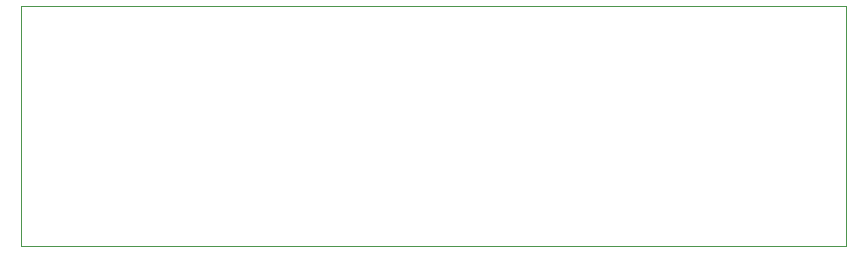
<source format=gm1>
%TF.GenerationSoftware,KiCad,Pcbnew,7.0.2-1.fc38*%
%TF.CreationDate,2023-06-01T20:35:21+02:00*%
%TF.ProjectId,laserhead-distance-sensor,6c617365-7268-4656-9164-2d6469737461,v1.0*%
%TF.SameCoordinates,Original*%
%TF.FileFunction,Profile,NP*%
%FSLAX46Y46*%
G04 Gerber Fmt 4.6, Leading zero omitted, Abs format (unit mm)*
G04 Created by KiCad (PCBNEW 7.0.2-1.fc38) date 2023-06-01 20:35:21*
%MOMM*%
%LPD*%
G01*
G04 APERTURE LIST*
%TA.AperFunction,Profile*%
%ADD10C,0.100000*%
%TD*%
G04 APERTURE END LIST*
D10*
X195580000Y-139700000D02*
X195580000Y-119380000D01*
X265430000Y-139700000D02*
X195580000Y-139700000D01*
X265430000Y-119380000D02*
X265430000Y-139700000D01*
X195580000Y-119380000D02*
X265430000Y-119380000D01*
M02*

</source>
